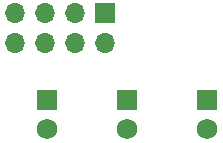
<source format=gbr>
%TF.GenerationSoftware,KiCad,Pcbnew,(5.1.10-1-10_14)*%
%TF.CreationDate,2022-01-10T10:47:52-08:00*%
%TF.ProjectId,ThermistorExpander-kicad,54686572-6d69-4737-946f-72457870616e,rev?*%
%TF.SameCoordinates,Original*%
%TF.FileFunction,Soldermask,Top*%
%TF.FilePolarity,Negative*%
%FSLAX46Y46*%
G04 Gerber Fmt 4.6, Leading zero omitted, Abs format (unit mm)*
G04 Created by KiCad (PCBNEW (5.1.10-1-10_14)) date 2022-01-10 10:47:52*
%MOMM*%
%LPD*%
G01*
G04 APERTURE LIST*
%ADD10R,1.700000X1.700000*%
%ADD11O,1.700000X1.700000*%
%ADD12R,1.750000X1.750000*%
%ADD13C,1.750000*%
G04 APERTURE END LIST*
D10*
%TO.C,J1*%
X128270000Y-74930000D03*
D11*
X128270000Y-77470000D03*
X125730000Y-74930000D03*
X125730000Y-77470000D03*
X123190000Y-74930000D03*
X123190000Y-77470000D03*
X120650000Y-74930000D03*
X120650000Y-77470000D03*
%TD*%
D12*
%TO.C,J4*%
X136906000Y-82270600D03*
D13*
X136906000Y-84770600D03*
%TD*%
D12*
%TO.C,J3*%
X130098800Y-82270600D03*
D13*
X130098800Y-84770600D03*
%TD*%
D12*
%TO.C,J2*%
X123291600Y-82270600D03*
D13*
X123291600Y-84770600D03*
%TD*%
M02*

</source>
